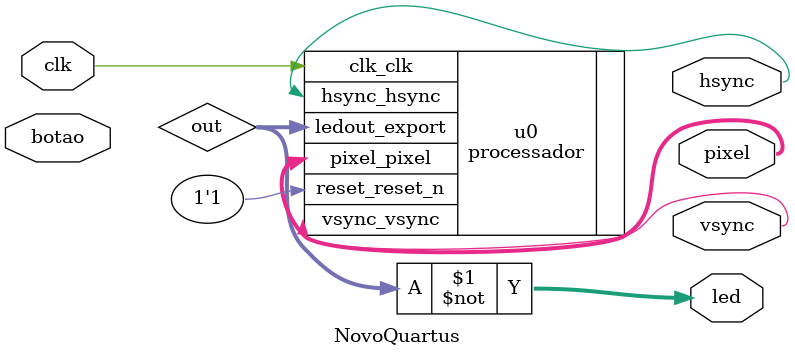
<source format=v>
module NovoQuartus (clk, botao, led, pixel, hsync, vsync);
input clk, botao;
output [2:0] pixel;
output hsync, vsync;
output [3:0] led;
wire [3:0] out;
assign led = ~out;



 processador u0 (
        .clk_clk         (clk),         //      clk.clk
        .reset_reset_n   (1'b1),   //    reset.reset_n
        .ledout_export   (out),   //   ledout.export
		  .pixel_pixel     (pixel),     //    pixel.pixel
        .hsync_hsync     (hsync),     //    hsync.hsync
        .vsync_vsync     (vsync)      //    vsync.vsync
    );
	 
	 

endmodule 

 
</source>
